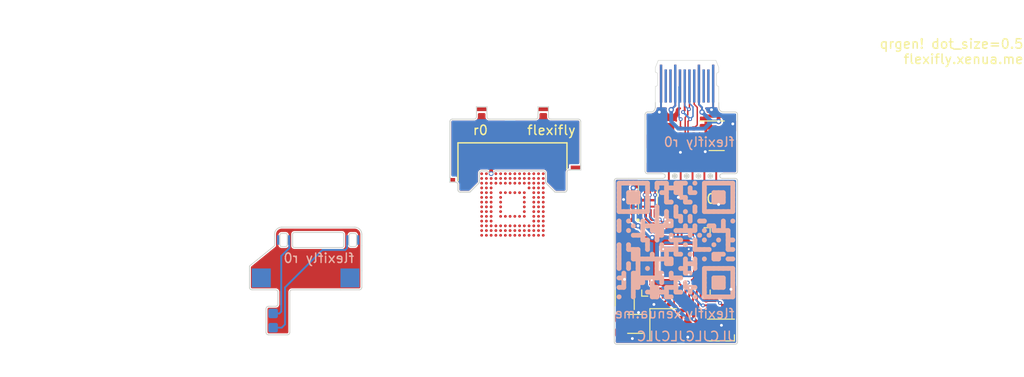
<source format=kicad_pcb>
(kicad_pcb (version 20221018) (generator pcbnew)

  (general
    (thickness 0.115)
  )

  (paper "A4")
  (layers
    (0 "F.Cu" signal)
    (31 "B.Cu" signal)
    (32 "B.Adhes" user "B.Adhesive")
    (33 "F.Adhes" user "F.Adhesive")
    (34 "B.Paste" user)
    (35 "F.Paste" user)
    (36 "B.SilkS" user "B.Silkscreen")
    (37 "F.SilkS" user "F.Silkscreen")
    (38 "B.Mask" user)
    (39 "F.Mask" user)
    (40 "Dwgs.User" user "User.Drawings")
    (41 "Cmts.User" user "User.Comments")
    (42 "Eco1.User" user "User.Eco1")
    (43 "Eco2.User" user "User.Eco2")
    (44 "Edge.Cuts" user)
    (45 "Margin" user)
    (46 "B.CrtYd" user "B.Courtyard")
    (47 "F.CrtYd" user "F.Courtyard")
    (48 "B.Fab" user)
    (49 "F.Fab" user)
    (50 "User.1" user)
    (51 "User.2" user)
    (52 "User.3" user)
    (53 "User.4" user)
    (54 "User.5" user)
    (55 "User.6" user)
    (56 "User.7" user)
    (57 "User.8" user)
    (58 "User.9" user)
  )

  (setup
    (stackup
      (layer "F.SilkS" (type "Top Silk Screen"))
      (layer "F.Paste" (type "Top Solder Paste"))
      (layer "F.Mask" (type "Top Solder Mask") (thickness 0.01))
      (layer "F.Cu" (type "copper") (thickness 0.035))
      (layer "dielectric 1" (type "core") (color "Polyimide") (thickness 0.025) (material "Polyimide") (epsilon_r 3.2) (loss_tangent 0.004))
      (layer "B.Cu" (type "copper") (thickness 0.035))
      (layer "B.Mask" (type "Bottom Solder Mask") (thickness 0.01))
      (layer "B.Paste" (type "Bottom Solder Paste"))
      (layer "B.SilkS" (type "Bottom Silk Screen"))
      (copper_finish "None")
      (dielectric_constraints no)
    )
    (pad_to_mask_clearance 0)
    (pcbplotparams
      (layerselection 0x00010fc_ffffffff)
      (plot_on_all_layers_selection 0x0000000_00000000)
      (disableapertmacros false)
      (usegerberextensions false)
      (usegerberattributes true)
      (usegerberadvancedattributes true)
      (creategerberjobfile true)
      (dashed_line_dash_ratio 12.000000)
      (dashed_line_gap_ratio 3.000000)
      (svgprecision 4)
      (plotframeref false)
      (viasonmask false)
      (mode 1)
      (useauxorigin false)
      (hpglpennumber 1)
      (hpglpenspeed 20)
      (hpglpendiameter 15.000000)
      (dxfpolygonmode true)
      (dxfimperialunits true)
      (dxfusepcbnewfont true)
      (psnegative false)
      (psa4output false)
      (plotreference true)
      (plotvalue true)
      (plotinvisibletext false)
      (sketchpadsonfab false)
      (subtractmaskfromsilk false)
      (outputformat 1)
      (mirror false)
      (drillshape 1)
      (scaleselection 1)
      (outputdirectory "")
    )
  )

  (net 0 "")
  (net 1 "+3V3")
  (net 2 "GND")
  (net 3 "/XIN")
  (net 4 "Net-(C3-Pad2)")
  (net 5 "+1V1")
  (net 6 "Net-(J1-CC1)")
  (net 7 "/STATUS_LED")
  (net 8 "unconnected-(H5-Pad1)")
  (net 9 "/QSPI_~{CS}")
  (net 10 "/~{USB_BOOT}")
  (net 11 "/XOUT")
  (net 12 "/USB_DP")
  (net 13 "/DP")
  (net 14 "/NX_CLK")
  (net 15 "Net-(U1-GPIO27_ADC1)")
  (net 16 "/NX_CMD")
  (net 17 "Net-(U1-GPIO28_ADC2)")
  (net 18 "/NX_D0")
  (net 19 "Net-(U1-GPIO29_ADC3)")
  (net 20 "unconnected-(J1-SBU1-PadA8)")
  (net 21 "/TRAINING_RESET_A")
  (net 22 "/TRAINING_RESET_B")
  (net 23 "unconnected-(U1-GPIO2-Pad4)")
  (net 24 "unconnected-(U1-GPIO3-Pad5)")
  (net 25 "unconnected-(U1-GPIO4-Pad6)")
  (net 26 "unconnected-(U1-GPIO5-Pad7)")
  (net 27 "unconnected-(U1-GPIO6-Pad8)")
  (net 28 "unconnected-(U1-GPIO7-Pad9)")
  (net 29 "unconnected-(U1-GPIO8-Pad11)")
  (net 30 "unconnected-(U1-GPIO9-Pad12)")
  (net 31 "unconnected-(U1-GPIO10-Pad13)")
  (net 32 "unconnected-(U1-GPIO11-Pad14)")
  (net 33 "unconnected-(U1-GPIO12-Pad15)")
  (net 34 "unconnected-(U1-GPIO13-Pad16)")
  (net 35 "unconnected-(U1-GPIO14-Pad17)")
  (net 36 "/NX_CPU")
  (net 37 "/SWCLK")
  (net 38 "/SWD")
  (net 39 "/RUN")
  (net 40 "unconnected-(U1-GPIO17-Pad28)")
  (net 41 "unconnected-(U1-GPIO18-Pad29)")
  (net 42 "unconnected-(U1-GPIO19-Pad30)")
  (net 43 "unconnected-(U1-GPIO20-Pad31)")
  (net 44 "unconnected-(U1-GPIO21-Pad32)")
  (net 45 "unconnected-(U1-GPIO22-Pad34)")
  (net 46 "unconnected-(U1-GPIO23-Pad35)")
  (net 47 "unconnected-(U1-GPIO24-Pad36)")
  (net 48 "unconnected-(U1-GPIO25-Pad37)")
  (net 49 "/NX_RST")
  (net 50 "/QSPI_SD3")
  (net 51 "/QSPI_CLK")
  (net 52 "/QSPI_SD0")
  (net 53 "/QSPI_SD2")
  (net 54 "/QSPI_SD1")
  (net 55 "Net-(J1-CC2)")
  (net 56 "unconnected-(J1-SBU2-PadB8)")
  (net 57 "Net-(C16-Pad1)")
  (net 58 "Net-(C15-Pad1)")
  (net 59 "/DAT0")
  (net 60 "VBUS")
  (net 61 "/USB_DN")
  (net 62 "/DN")
  (net 63 "unconnected-(C15-Pad2)")
  (net 64 "unconnected-(C16-Pad2)")
  (net 65 "unconnected-(D1-DOUT-Pad1)")
  (net 66 "Net-(Q1-Pad1)")
  (net 67 "Net-(Q2-Pad1)")
  (net 68 "unconnected-(H6-Pad1)")

  (footprint "Capacitor_SMD:C_0201_0603Metric" (layer "F.Cu") (at 156.25 73.2 90))

  (footprint "flexifly:TP_pad_1mm_dense" (layer "F.Cu") (at 161.5 64.75))

  (footprint "Resistor_SMD:R_0201_0603Metric" (layer "F.Cu") (at 156.25 71.8 90))

  (footprint "flexifly:SW_SPST_LS38G2-T" (layer "F.Cu") (at 154.225 52.85 90))

  (footprint "flexifly:TP_pad_1mm_dense" (layer "F.Cu") (at 161.024 70.5))

  (footprint "Capacitor_SMD:C_0201_0603Metric" (layer "F.Cu") (at 150.9 62.5))

  (footprint "Resistor_SMD:R_0201_0603Metric" (layer "F.Cu") (at 151.15 60.05 -90))

  (footprint "flexifly:TP_pad_1mm_dense" (layer "F.Cu") (at 161.5 63.5))

  (footprint "Resistor_SMD:R_0201_0603Metric" (layer "F.Cu") (at 160.3 63.6 90))

  (footprint "flexifly:TP_pad_1mm_dense" (layer "F.Cu") (at 138.25 51.5))

  (footprint "Capacitor_SMD:C_0201_0603Metric" (layer "F.Cu") (at 160.3 60.8 -90))

  (footprint "Resistor_SMD:R_0201_0603Metric" (layer "F.Cu") (at 160.3 62.2 -90))

  (footprint "flexifly:MicroFET_2x2" (layer "F.Cu") (at 150.35 69.585))

  (footprint "Resistor_SMD:R_0201_0603Metric" (layer "F.Cu") (at 157.625 51.8 90))

  (footprint "Capacitor_SMD:C_0201_0603Metric" (layer "F.Cu") (at 159.4 60.5 -90))

  (footprint "Resistor_SMD:R_0201_0603Metric" (layer "F.Cu") (at 160.3 65 90))

  (footprint "flexifly:FBGA_153_P0.50mm" (layer "F.Cu") (at 138.5 59.505))

  (footprint "Capacitor_SMD:C_0201_0603Metric" (layer "F.Cu") (at 154.7 70.05))

  (footprint "flexifly:TP_pad_1mm_dense" (layer "F.Cu") (at 156.25 55.5 90))

  (footprint "Capacitor_SMD:C_0201_0603Metric" (layer "F.Cu") (at 158.7 60.5 90))

  (footprint "flexifly:TP_pad_1mm_dense" (layer "F.Cu") (at 159.5 70.5))

  (footprint "flexifly:TP_pad_1mm_dense" (layer "F.Cu") (at 149.85 73 90))

  (footprint "xenua:USB_C_PCB" (layer "F.Cu") (at 156.925 44.3))

  (footprint "Capacitor_SMD:C_0201_0603Metric" (layer "F.Cu") (at 158 60.5 -90))

  (footprint "Capacitor_SMD:C_0201_0603Metric" (layer "F.Cu") (at 151.25 66.9 90))

  (footprint "flexifly:TP_pad_1mm_dense" (layer "F.Cu") (at 161.5 66))

  (footprint "Package_TO_SOT_SMD:SOT-23-3" (layer "F.Cu") (at 160.05 52.25))

  (footprint "Resistor_SMD:R_0201_0603Metric" (layer "F.Cu") (at 157.3 60.5 90))

  (footprint "flexifly:Conn_BGA_shim_dat0" (layer "F.Cu") (at 138.5 55.95))

  (footprint "flexifly:TP_pad_1mm_dense" (layer "F.Cu") (at 157.5 55.5 90))

  (footprint "flexifly:TP_pad_1mm_dense" (layer "F.Cu") (at 161.5 67.25))

  (footprint "flexifly:TP_pad_1mm_dense" (layer "F.Cu") (at 161.5 61))

  (footprint "Capacitor_SMD:C_0201_0603Metric" (layer "F.Cu") (at 156.95 70.4 90))

  (footprint "Package_DFN_QFN:QFN-56-1EP_7x7mm_P0.4mm_EP3.2x3.2mm_ThermalVias" (layer "F.Cu") (at 155.75 65.5625))

  (footprint "Resistor_SMD:R_0201_0603Metric" (layer "F.Cu") (at 157.65 70.4 90))

  (footprint "flexifly:SolderJumper-2_Dense" (layer "F.Cu") (at 150.65 64.15 90))

  (footprint "Capacitor_SMD:C_0201_0603Metric" (layer "F.Cu") (at 160.3 66.9 90))

  (footprint "Capacitor_SMD:C_0201_0603Metric" (layer "F.Cu") (at 155.9 60 -90))

  (footprint "flexifly:TP_pad_1mm_dense" (layer "F.Cu") (at 160 55.5 90))

  (footprint "Capacitor_SMD:C_0201_0603Metric" (layer "F.Cu") (at 155.2 60 -90))

  (footprint "Capacitor_SMD:C_0201_0603Metric" (layer "F.Cu") (at 160.55 54.4))

  (footprint "Resistor_SMD:R_0201_0603Metric" (layer "F.Cu") (at 151.15 61.45 90))

  (footprint "Capacitor_SMD:C_0201_0603Metric" (layer "F.Cu") (at 161.35 50.15 180))

  (footprint "LED_SMD:LED_WS2812B-2020_PLCC4_2.0x2.0mm" (layer "F.Cu") (at 160.5 72.75 180))

  (footprint "Crystal:Crystal_SMD_2520-4Pin_2.5x2.0mm" (layer "F.Cu") (at 154.4 72.15 -90))

  (footprint "flexifly:TP_pad_1mm_dense" (layer "F.Cu") (at 149.85 71.5 90))

  (footprint "Capacitor_SMD:C_0201_0603Metric" (layer "F.Cu") (at 154.5 60 -90))

  (footprint "flexifly:TP_pad_1mm_dense" (layer "F.Cu") (at 161.5 62.25))

  (footprint "flexifly:W25QxxxxUXxx" (layer "F.Cu") (at 152.8 59.05 -90))

  (footprint "flexifly:TP_pad_1mm_dense" (layer "F.Cu") (at 158.75 57.5 90))

  (footprint "flexifly:TP_pad_1mm_dense" (layer "F.Cu") (at 155 55.5 90))

  (footprint "Capacitor_SMD:C_0201_0603Metric" (layer "F.Cu") (at 156.25 70.4 90))

  (footprint "flexifly:TP_pad_1mm_dense" (layer "F.Cu") (at 156.25 57.5 90))

  (footprint "Resistor_SMD:R_0201_0603Metric" (layer "F.Cu") (at 156.6 60.5 -90))

  (footprint "flexifly:TP_pad_1mm_dense" (layer "F.Cu") (at 157.5 57.5 90))

  (footprint "Resistor_SMD:R_0201_0603Metric" (layer "F.Cu") (at 156.225 51.8 -90))

  (footprint "Capacitor_SMD:C_0201_0603Metric" (layer "F.Cu") (at 151.15 58.65 -90))

  (footprint "Capacitor_SMD:C_0201_0603Metric" (layer "F.Cu")
    (tstamp e47b04e1-7f0e-43ea-8a7f-5e773a9d0212)
    (at 159.925 50.15)
    (descr "Capacitor SMD 0201 (0603 Metric), square (rectangular) end terminal, IPC_7351 nominal, (Body size source: https://www.vishay.com/docs/20052/crcw0201e3.pdf), generated with kicad-footprint-generator")
    (tags "capacitor")
    (property "LCSC" "C14445")
    (property "Sheetfile" "flexifly.kicad_sch")
    (property "Sheetname" "")
    (property "ki_description" "Unpolarized capacitor")
    (property "ki_keyw
... [314660 chars truncated]
</source>
